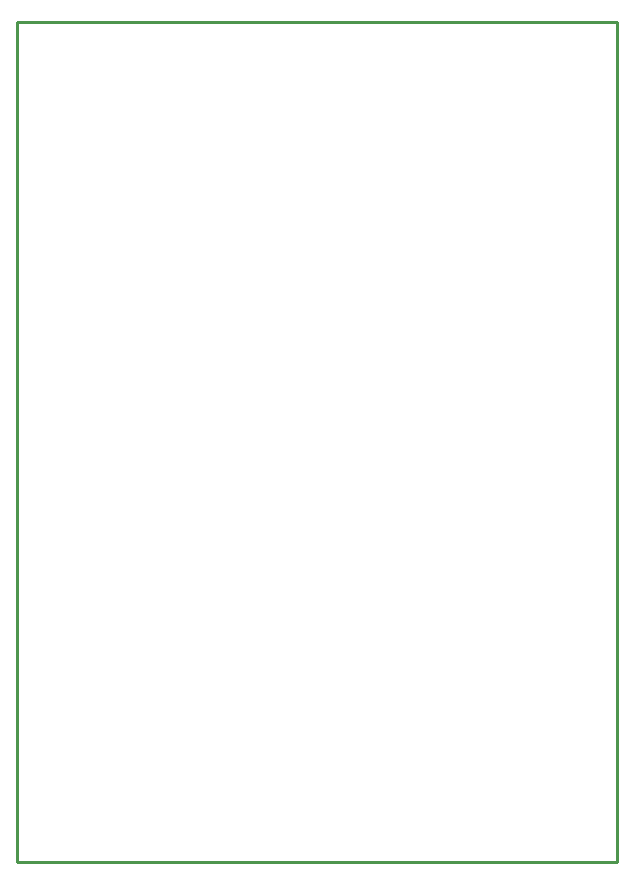
<source format=gbr>
G04 start of page 4 for group 2 idx 2 *
G04 Title: (unknown), outline *
G04 Creator: pcb 20140316 *
G04 CreationDate: Mon 17 Apr 2017 07:18:47 PM GMT UTC *
G04 For: ndholmes *
G04 Format: Gerber/RS-274X *
G04 PCB-Dimensions (mil): 2000.00 2800.00 *
G04 PCB-Coordinate-Origin: lower left *
%MOIN*%
%FSLAX25Y25*%
%LNOUTLINE*%
%ADD52C,0.0100*%
G54D52*X0Y280000D02*X200000D01*
Y0D01*
X0D01*
Y280000D01*
M02*

</source>
